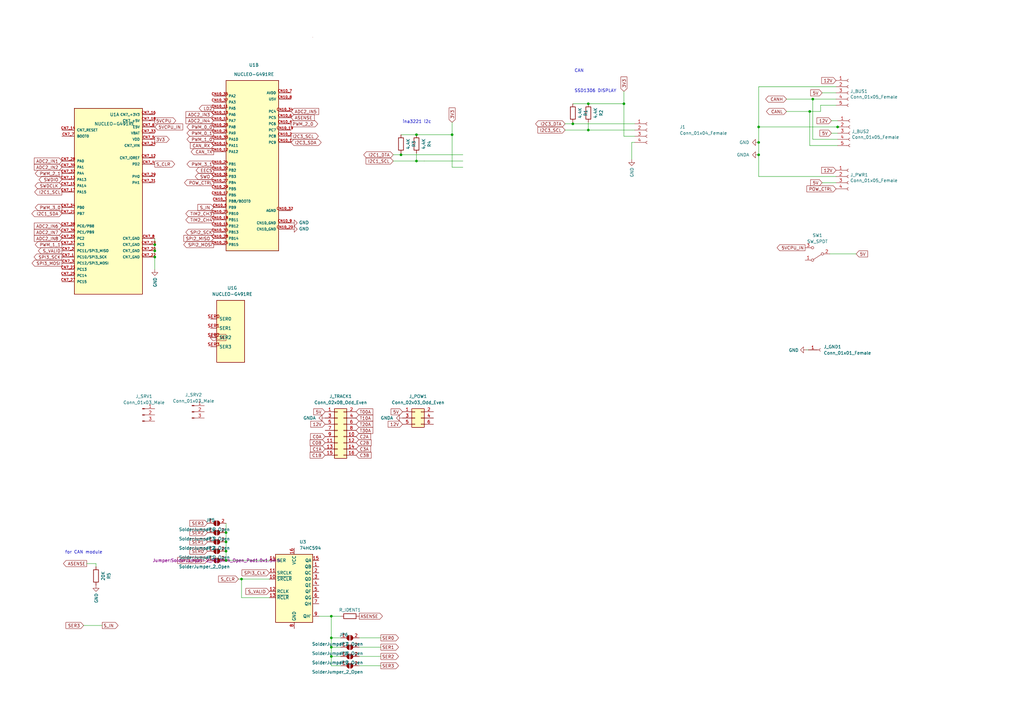
<source format=kicad_sch>
(kicad_sch (version 20230121) (generator eeschema)
  (paper "A3")
  (title_block (title "Template G4 V2") (date "2024-01-07") (company "DBN"))
  (junction (at 255.905 42.545))
  (junction (at 99.06 237.49))
  (junction (at 135.89 261.62))
  (junction (at 234.95 50.8))
  (junction (at 241.3 42.545))
  (junction (at 185.42 55.245))
  (junction (at 241.3 53.34))
  (junction (at 170.815 66.04))
  (junction (at 92.71 218.44))
  (junction (at 311.15 58.42))
  (junction (at 63.5 102.87))
  (junction (at 170.815 55.245))
  (junction (at 343.535 52.07))
  (junction (at 135.89 252.73))
  (junction (at 135.89 269.24))
  (junction (at 92.71 229.87))
  (junction (at 63.5 105.41))
  (junction (at 92.71 226.06))
  (junction (at 311.15 63.5))
  (junction (at 92.71 222.25))
  (junction (at 135.89 265.43))
  (junction (at 164.465 63.5))
  (junction (at 311.15 52.07))
  (junction (at 333.375 40.64))
  (junction (at 332.105 45.72))
  (junction (at 63.5 100.33))
  (wire (pts (xy 311.15 72.39) (xy 342.9 72.39)))
  (wire (pts (xy 164.465 55.245) (xy 170.815 55.245)))
  (wire (pts (xy 336.55 43.18) (xy 336.55 45.72)))
  (wire (pts (xy 147.32 261.62) (xy 156.21 261.62)))
  (wire (pts (xy 185.42 55.245) (xy 185.42 68.58)))
  (wire (pts (xy 231.775 50.8) (xy 234.95 50.8)))
  (wire (pts (xy 34.29 256.54) (xy 41.91 256.54)))
  (wire (pts (xy 99.06 237.49) (xy 99.06 245.11)))
  (wire (pts (xy 63.5 105.41) (xy 63.5 110.49)))
  (wire (pts (xy 234.95 50.8) (xy 260.35 50.8)))
  (wire (pts (xy 92.71 229.87) (xy 110.49 229.87)))
  (wire (pts (xy 332.105 59.69) (xy 343.535 59.69)))
  (wire (pts (xy 234.95 42.545) (xy 241.3 42.545)))
  (wire (pts (xy 135.89 252.73) (xy 139.7 252.73)))
  (wire (pts (xy 343.535 52.07) (xy 344.17 52.07)))
  (wire (pts (xy 99.06 237.49) (xy 110.49 237.49)))
  (wire (pts (xy 92.71 222.25) (xy 92.71 226.06)))
  (wire (pts (xy 234.95 50.165) (xy 234.95 50.8)))
  (wire (pts (xy 161.29 63.5) (xy 164.465 63.5)))
  (wire (pts (xy 147.32 265.43) (xy 156.21 265.43)))
  (wire (pts (xy 135.89 252.73) (xy 135.89 261.62)))
  (wire (pts (xy 332.105 45.72) (xy 332.105 59.69)))
  (wire (pts (xy 170.815 66.04) (xy 189.865 66.04)))
  (wire (pts (xy 63.5 102.87) (xy 63.5 105.41)))
  (wire (pts (xy 99.06 245.11) (xy 110.49 245.11)))
  (wire (pts (xy 189.865 68.58) (xy 185.42 68.58)))
  (wire (pts (xy 336.55 43.18) (xy 342.9 43.18)))
  (wire (pts (xy 164.465 63.5) (xy 189.865 63.5)))
  (wire (pts (xy 135.89 273.05) (xy 139.7 273.05)))
  (wire (pts (xy 342.9 35.56) (xy 311.15 35.56)))
  (wire (pts (xy 333.375 40.64) (xy 342.9 40.64)))
  (wire (pts (xy 340.995 49.53) (xy 343.535 49.53)))
  (wire (pts (xy 311.15 35.56) (xy 311.15 52.07)))
  (wire (pts (xy 135.89 261.62) (xy 135.89 265.43)))
  (wire (pts (xy 241.3 50.165) (xy 241.3 53.34)))
  (wire (pts (xy 135.89 269.24) (xy 135.89 273.05)))
  (wire (pts (xy 135.89 265.43) (xy 135.89 269.24)))
  (wire (pts (xy 340.995 54.61) (xy 343.535 54.61)))
  (wire (pts (xy 170.815 62.865) (xy 170.815 66.04)))
  (wire (pts (xy 322.58 40.64) (xy 333.375 40.64)))
  (wire (pts (xy 35.56 231.14) (xy 39.37 231.14)))
  (wire (pts (xy 333.375 57.15) (xy 343.535 57.15)))
  (wire (pts (xy 333.375 40.64) (xy 333.375 57.15)))
  (wire (pts (xy 332.105 45.72) (xy 336.55 45.72)))
  (wire (pts (xy 92.71 226.06) (xy 92.71 229.87)))
  (wire (pts (xy 130.81 252.73) (xy 135.89 252.73)))
  (wire (pts (xy 92.71 218.44) (xy 92.71 222.25)))
  (wire (pts (xy 260.35 58.42) (xy 259.08 58.42)))
  (wire (pts (xy 259.08 58.42) (xy 259.08 65.405)))
  (wire (pts (xy 311.15 63.5) (xy 311.15 72.39)))
  (wire (pts (xy 311.15 52.07) (xy 343.535 52.07)))
  (wire (pts (xy 147.32 273.05) (xy 156.21 273.05)))
  (wire (pts (xy 322.58 45.72) (xy 332.105 45.72)))
  (wire (pts (xy 241.3 53.34) (xy 260.35 53.34)))
  (wire (pts (xy 161.29 66.04) (xy 170.815 66.04)))
  (wire (pts (xy 63.5 97.79) (xy 63.5 100.33)))
  (wire (pts (xy 337.185 38.1) (xy 342.9 38.1)))
  (wire (pts (xy 330.835 143.51) (xy 331.47 143.51)))
  (wire (pts (xy 135.89 265.43) (xy 139.7 265.43)))
  (wire (pts (xy 185.42 50.165) (xy 185.42 55.245)))
  (wire (pts (xy 92.71 214.63) (xy 92.71 218.44)))
  (wire (pts (xy 255.905 42.545) (xy 255.905 55.88)))
  (wire (pts (xy 311.15 52.07) (xy 311.15 58.42)))
  (wire (pts (xy 311.15 58.42) (xy 311.15 63.5)))
  (wire (pts (xy 337.185 74.93) (xy 342.9 74.93)))
  (wire (pts (xy 135.89 269.24) (xy 139.7 269.24)))
  (wire (pts (xy 164.465 62.865) (xy 164.465 63.5)))
  (wire (pts (xy 231.775 53.34) (xy 241.3 53.34)))
  (wire (pts (xy 39.37 231.14) (xy 39.37 232.41)))
  (wire (pts (xy 340.36 104.14) (xy 351.155 104.14)))
  (wire (pts (xy 147.32 269.24) (xy 156.21 269.24)))
  (wire (pts (xy 63.5 100.33) (xy 63.5 102.87)))
  (wire (pts (xy 135.89 261.62) (xy 139.7 261.62)))
  (wire (pts (xy 241.3 42.545) (xy 255.905 42.545)))
  (wire (pts (xy 97.79 237.49) (xy 99.06 237.49)))
  (wire (pts (xy 255.905 37.465) (xy 255.905 42.545)))
  (wire (pts (xy 170.815 55.245) (xy 185.42 55.245)))
  (wire (pts (xy 260.35 55.88) (xy 255.905 55.88)))
  (text "SSD1306 DISPLAY\n" (at 235.585 38.1 0) (effects (font (size 1.27 1.27)) (justify left bottom)))
  (text "for CAN module" (at 26.67 227.33 0) (effects (font (size 1.27 1.27)) (justify left bottom)))
  (text "CAN\n" (at 235.585 29.845 0) (effects (font (size 1.27 1.27)) (justify left bottom)))
  (text "ina3221 i2c\n" (at 165.1 50.8 0) (effects (font (size 1.27 1.27)) (justify left bottom)))
  (global_label "PWM_3_1" (shape output) (at 87.63 67.31 180) (property "Intersheetrefs" "${INTERSHEET_REFS}" (effects hide)))
  (global_label "S_CLR" (shape input) (at 97.79 237.49 180) (property "Intersheetrefs" "${INTERSHEET_REFS}" (effects hide)))
  (global_label "PWM_2_0" (shape output) (at 119.38 50.8 0) (property "Intersheetrefs" "${INTERSHEET_REFS}" (effects hide)))
  (global_label "SER1" (shape input) (at 85.09 222.25 180) (property "Intersheetrefs" "${INTERSHEET_REFS}" (effects hide)))
  (global_label "S_VALID" (shape input) (at 110.49 242.57 180) (property "Intersheetrefs" "${INTERSHEET_REFS}" (effects hide)))
  (global_label "SPI3_MOSI" (shape input) (at 85.09 229.87 180) (property "Intersheetrefs" "${INTERSHEET_REFS}" (effects hide)))
  (global_label "I2C3_SDA" (shape bidirectional) (at 119.38 58.42 0) (property "Intersheetrefs" "${INTERSHEET_REFS}" (effects hide)))
  (global_label "T10A" (shape input) (at 146.05 171.45 0) (property "Intersheetrefs" "${INTERSHEET_REFS}" (effects hide)))
  (global_label "C1B" (shape input) (at 133.35 186.69 180) (property "Intersheetrefs" "${INTERSHEET_REFS}" (effects hide)))
  (global_label "12V" (shape input) (at 165.1 173.99 180) (property "Intersheetrefs" "${INTERSHEET_REFS}" (effects hide)))
  (global_label "5V" (shape input) (at 337.185 74.93 180) (property "Intersheetrefs" "${INTERSHEET_REFS}" (effects hide)))
  (global_label "SWO" (shape bidirectional) (at 87.63 72.39 180) (property "Intersheetrefs" "${INTERSHEET_REFS}" (effects hide)))
  (global_label "S_VALID" (shape output) (at 25.4 102.87 180) (property "Intersheetrefs" "${INTERSHEET_REFS}" (effects hide)))
  (global_label "C0B" (shape input) (at 133.35 181.61 180) (property "Intersheetrefs" "${INTERSHEET_REFS}" (effects hide)))
  (global_label "T00A" (shape input) (at 146.05 168.91 0) (property "Intersheetrefs" "${INTERSHEET_REFS}" (effects hide)))
  (global_label "SER0" (shape output) (at 156.21 261.62 0) (property "Intersheetrefs" "${INTERSHEET_REFS}" (effects hide)))
  (global_label "PWM_2_1" (shape output) (at 25.4 71.12 180) (property "Intersheetrefs" "${INTERSHEET_REFS}" (effects hide)))
  (global_label "ASENSE" (shape output) (at 147.32 252.73 0) (property "Intersheetrefs" "${INTERSHEET_REFS}" (effects hide)))
  (global_label "I2C1_SDA" (shape bidirectional) (at 25.4 87.63 180) (property "Intersheetrefs" "${INTERSHEET_REFS}" (effects hide)))
  (global_label "12V" (shape input) (at 340.995 49.53 180) (property "Intersheetrefs" "${INTERSHEET_REFS}" (effects hide)))
  (global_label "5V" (shape input) (at 133.35 168.91 180) (property "Intersheetrefs" "${INTERSHEET_REFS}" (effects hide)))
  (global_label "I2C3_DTA" (shape bidirectional) (at 231.775 50.8 180) (property "Intersheetrefs" "${INTERSHEET_REFS}" (effects hide)))
  (global_label "LD2" (shape output) (at 87.63 44.45 180) (property "Intersheetrefs" "${INTERSHEET_REFS}" (effects hide)))
  (global_label "12V" (shape input) (at 342.9 33.02 180) (property "Intersheetrefs" "${INTERSHEET_REFS}" (effects hide)))
  (global_label "S_IN" (shape output) (at 92.71 138.43 180) (property "Intersheetrefs" "${INTERSHEET_REFS}" (effects hide)))
  (global_label "SPI2_MOSI" (shape output) (at 87.63 100.33 180) (property "Intersheetrefs" "${INTERSHEET_REFS}" (effects hide)))
  (global_label "SER3" (shape output) (at 156.21 273.05 0) (property "Intersheetrefs" "${INTERSHEET_REFS}" (effects hide)))
  (global_label "ASENSE" (shape output) (at 35.56 231.14 180) (property "Intersheetrefs" "${INTERSHEET_REFS}" (effects hide)))
  (global_label "C3A" (shape input) (at 146.05 184.15 0) (property "Intersheetrefs" "${INTERSHEET_REFS}" (effects hide)))
  (global_label "PWM_0_0" (shape output) (at 87.63 52.07 180) (property "Intersheetrefs" "${INTERSHEET_REFS}" (effects hide)))
  (global_label "I2C1_SCL" (shape input) (at 161.29 66.04 180) (property "Intersheetrefs" "${INTERSHEET_REFS}" (effects hide)))
  (global_label "PWM_1_1" (shape output) (at 25.4 100.33 180) (property "Intersheetrefs" "${INTERSHEET_REFS}" (effects hide)))
  (global_label "I2C1_DTA" (shape bidirectional) (at 161.29 63.5 180) (property "Intersheetrefs" "${INTERSHEET_REFS}" (effects hide)))
  (global_label "ADC2_IN2" (shape input) (at 25.4 68.58 180) (property "Intersheetrefs" "${INTERSHEET_REFS}" (effects hide)))
  (global_label "C0A" (shape input) (at 133.35 179.07 180) (property "Intersheetrefs" "${INTERSHEET_REFS}" (effects hide)))
  (global_label "TIM2_CH4" (shape output) (at 87.63 90.17 180) (property "Intersheetrefs" "${INTERSHEET_REFS}" (effects hide)))
  (global_label "SPI3_MOSI" (shape output) (at 25.4 107.95 180) (property "Intersheetrefs" "${INTERSHEET_REFS}" (effects hide)))
  (global_label "12V" (shape input) (at 342.9 69.85 180) (property "Intersheetrefs" "${INTERSHEET_REFS}" (effects hide)))
  (global_label "ADC2_IN6" (shape input) (at 25.4 92.71 180) (property "Intersheetrefs" "${INTERSHEET_REFS}" (effects hide)))
  (global_label "ADC2_IN4" (shape input) (at 87.63 49.53 180) (property "Intersheetrefs" "${INTERSHEET_REFS}" (effects hide)))
  (global_label "SER3" (shape input) (at 34.29 256.54 180) (property "Intersheetrefs" "${INTERSHEET_REFS}" (effects hide)))
  (global_label "ADC2_IN3" (shape input) (at 87.63 46.99 180) (property "Intersheetrefs" "${INTERSHEET_REFS}" (effects hide)))
  (global_label "CAN_TX" (shape output) (at 87.63 62.23 180) (property "Intersheetrefs" "${INTERSHEET_REFS}" (effects hide)))
  (global_label "TIM2_CH3" (shape output) (at 87.63 87.63 180) (property "Intersheetrefs" "${INTERSHEET_REFS}" (effects hide)))
  (global_label "POW_CTRL" (shape output) (at 87.63 74.93 180) (property "Intersheetrefs" "${INTERSHEET_REFS}" (effects hide)))
  (global_label "SPI2_MISO" (shape input) (at 87.63 97.79 180) (property "Intersheetrefs" "${INTERSHEET_REFS}" (effects hide)))
  (global_label "5VCPU_IN" (shape output) (at 330.2 101.6 180) (property "Intersheetrefs" "${INTERSHEET_REFS}" (effects hide)))
  (global_label "ADC2_IN1" (shape input) (at 25.4 66.04 180) (property "Intersheetrefs" "${INTERSHEET_REFS}" (effects hide)))
  (global_label "5V" (shape input) (at 340.995 54.61 180) (property "Intersheetrefs" "${INTERSHEET_REFS}" (effects hide)))
  (global_label "SER3" (shape input) (at 85.09 214.63 180) (property "Intersheetrefs" "${INTERSHEET_REFS}" (effects hide)))
  (global_label "ASENSE" (shape input) (at 119.38 48.26 0) (property "Intersheetrefs" "${INTERSHEET_REFS}" (effects hide)))
  (global_label "S_IN" (shape input) (at 87.63 85.09 180) (property "Intersheetrefs" "${INTERSHEET_REFS}" (effects hide)))
  (global_label "T30A" (shape input) (at 146.05 176.53 0) (property "Intersheetrefs" "${INTERSHEET_REFS}" (effects hide)))
  (global_label "T20A" (shape input) (at 146.05 173.99 0) (property "Intersheetrefs" "${INTERSHEET_REFS}" (effects hide)))
  (global_label "S_CLR" (shape output) (at 63.5 67.31 0) (property "Intersheetrefs" "${INTERSHEET_REFS}" (effects hide)))
  (global_label "SER2" (shape input) (at 85.09 218.44 180) (property "Intersheetrefs" "${INTERSHEET_REFS}" (effects hide)))
  (global_label "CANH" (shape bidirectional) (at 322.58 40.64 180) (property "Intersheetrefs" "${INTERSHEET_REFS}" (effects hide)))
  (global_label "SWDIO" (shape bidirectional) (at 25.4 73.66 180) (property "Intersheetrefs" "${INTERSHEET_REFS}" (effects hide)))
  (global_label "SPI3_CLK" (shape input) (at 110.49 234.95 180) (property "Intersheetrefs" "${INTERSHEET_REFS}" (effects hide)))
  (global_label "ADC2_IN8" (shape input) (at 25.4 97.79 180) (property "Intersheetrefs" "${INTERSHEET_REFS}" (effects hide)))
  (global_label "C3B" (shape input) (at 146.05 186.69 0) (property "Intersheetrefs" "${INTERSHEET_REFS}" (effects hide)))
  (global_label "5V" (shape input) (at 337.185 38.1 180) (property "Intersheetrefs" "${INTERSHEET_REFS}" (effects hide)))
  (global_label "PWM_3_0" (shape output) (at 25.4 85.09 180) (property "Intersheetrefs" "${INTERSHEET_REFS}" (effects hide)))
  (global_label "POW_CTRL" (shape input) (at 342.9 77.47 180) (property "Intersheetrefs" "${INTERSHEET_REFS}" (effects hide)))
  (global_label "C2B" (shape input) (at 146.05 181.61 0) (property "Intersheetrefs" "${INTERSHEET_REFS}" (effects hide)))
  (global_label "3V3" (shape input) (at 255.905 37.465 90) (property "Intersheetrefs" "${INTERSHEET_REFS}" (effects hide)))
  (global_label "PWM_0_1" (shape output) (at 87.63 54.61 180) (property "Intersheetrefs" "${INTERSHEET_REFS}" (effects hide)))
  (global_label "5VCPU" (shape output) (at 63.5 49.53 0) (property "Intersheetrefs" "${INTERSHEET_REFS}" (effects hide)))
  (global_label "SER0" (shape input) (at 85.09 226.06 180) (property "Intersheetrefs" "${INTERSHEET_REFS}" (effects hide)))
  (global_label "5V" (shape input) (at 351.155 104.14 0) (property "Intersheetrefs" "${INTERSHEET_REFS}" (effects hide)))
  (global_label "EECS" (shape output) (at 87.63 69.85 180) (property "Intersheetrefs" "${INTERSHEET_REFS}" (effects hide)))
  (global_label "CAN_RX" (shape input) (at 87.63 59.69 180) (property "Intersheetrefs" "${INTERSHEET_REFS}" (effects hide)))
  (global_label "12V" (shape input) (at 133.35 173.99 180) (property "Intersheetrefs" "${INTERSHEET_REFS}" (effects hide)))
  (global_label "SPI3_SCK" (shape output) (at 25.4 105.41 180) (property "Intersheetrefs" "${INTERSHEET_REFS}" (effects hide)))
  (global_label "I2C3_SCL" (shape output) (at 119.38 55.88 0) (property "Intersheetrefs" "${INTERSHEET_REFS}" (effects hide)))
  (global_label "SWDCLK" (shape bidirectional) (at 25.4 76.2 180) (property "Intersheetrefs" "${INTERSHEET_REFS}" (effects hide)))
  (global_label "SER1" (shape output) (at 156.21 265.43 0) (property "Intersheetrefs" "${INTERSHEET_REFS}" (effects hide)))
  (global_label "S_IN" (shape output) (at 41.91 256.54 0) (property "Intersheetrefs" "${INTERSHEET_REFS}" (effects hide)))
  (global_label "5VCPU_IN" (shape input) (at 63.5 52.07 0) (property "Intersheetrefs" "${INTERSHEET_REFS}" (effects hide)))
  (global_label "I2C3_SCL" (shape input) (at 231.775 53.34 180) (property "Intersheetrefs" "${INTERSHEET_REFS}" (effects hide)))
  (global_label "SER2" (shape output) (at 156.21 269.24 0) (property "Intersheetrefs" "${INTERSHEET_REFS}" (effects hide)))
  (global_label "CANL" (shape bidirectional) (at 322.58 45.72 180) (property "Intersheetrefs" "${INTERSHEET_REFS}" (effects hide)))
  (global_label "C2A" (shape input) (at 146.05 179.07 0) (property "Intersheetrefs" "${INTERSHEET_REFS}" (effects hide)))
  (global_label "3V3" (shape input) (at 185.42 50.165 90) (property "Intersheetrefs" "${INTERSHEET_REFS}" (effects hide)))
  (global_label "C1A" (shape input) (at 133.35 184.15 180) (property "Intersheetrefs" "${INTERSHEET_REFS}" (effects hide)))
  (global_label "ADC2_IN7" (shape input) (at 25.4 95.25 180) (property "Intersheetrefs" "${INTERSHEET_REFS}" (effects hide)))
  (global_label "I2C1_SCL" (shape output) (at 25.4 78.74 180) (property "Intersheetrefs" "${INTERSHEET_REFS}" (effects hide)))
  (global_label "PWM_1_0" (shape output) (at 87.63 57.15 180) (property "Intersheetrefs" "${INTERSHEET_REFS}" (effects hide)))
  (global_label "5V" (shape input) (at 165.1 168.91 180) (property "Intersheetrefs" "${INTERSHEET_REFS}" (effects hide)))
  (global_label "SPI2_SCK" (shape output) (at 87.63 95.25 180) (property "Intersheetrefs" "${INTERSHEET_REFS}" (effects hide)))
  (global_label "3V3" (shape output) (at 63.5 57.15 0) (property "Intersheetrefs" "${INTERSHEET_REFS}" (effects hide)))
  (global_label "ADC2_IN5" (shape input) (at 119.38 45.72 0) (property "Intersheetrefs" "${INTERSHEET_REFS}" (effects hide)))
  (symbol (lib_id "power:GND") (at 259.08 65.405 0) (unit 1)
    (property "Reference" "#PWR01" (effects hide))
    (property "Value" "GND" (at 259.207 68.6562 90) (effects (justify right)))
  )
  (symbol (lib_id "Connector:Conn_01x04_Female") (at 265.43 53.34 0) (unit 1)
    (property "Reference" "J1" (at 278.765 52.07 0) (effects (justify left)))
    (property "Value" "Conn_01x04_Female" (at 278.765 54.61 0) (effects (justify left)))
    (property "Footprint" "Connector_PinHeader_2.54mm:PinHeader_1x04_P2.54mm_Vertical" (effects hide))
  )
  (symbol (lib_id "Connector_Generic:Conn_02x08_Odd_Even") (at 138.43 176.53 0) (unit 1)
    (property "Reference" "J_TRACK1" (at 139.7 162.56 0))
    (property "Value" "Conn_02x08_Odd_Even" (at 139.7 165.1 0))
    (property "Footprint" "Connector_PinHeader_2.54mm:PinHeader_2x08_P2.54mm_Vertical" (effects hide))
  )
  (symbol (lib_id "Jumper:SolderJumper_2_Open") (at 143.51 269.24 0) (unit 1)
    (property "Reference" "JP8" (at 140.97 267.97 0))
    (property "Value" "SolderJumper_2_Open" (at 138.43 271.78 0))
    (property "Footprint" "Jumper:SolderJumper-2_P1.3mm_Open_Pad1.0x1.5mm" (effects hide))
  )
  (symbol (lib_id "Connector:Conn_01x04_Socket") (at 347.98 72.39 0) (unit 1)
    (property "Reference" "J_PWR1" (at 348.6912 71.7296 0) (effects (justify left)))
    (property "Value" "Conn_01x05_Female" (at 348.6912 74.041 0) (effects (justify left)))
    (property "Footprint" "Connector_JST:JST_XH_S4B-XH-A-1_1x04_P2.50mm_Horizontal" (effects hide))
  )
  (symbol (lib_id "power:GND") (at 63.5 110.49 0) (unit 1)
    (property "Reference" "#PWR0104" (effects hide))
    (property "Value" "GND" (at 63.627 113.7412 90) (effects (justify right)))
  )
  (symbol (lib_id "DBN:74HC594") (at 120.65 240.03 0) (unit 1)
    (property "Reference" "U3" (at 122.8441 222.25 0) (effects (justify left)))
    (property "Value" "74HC594" (at 122.8441 224.79 0) (effects (justify left)))
    (property "Footprint" "Package_DIP:DIP-16_W7.62mm_LongPads" (effects hide))
    (property "Datasheet" "http://www.ti.com/lit/ds/symlink/sn74hc594.pdf" (effects hide))
  )
  (symbol (lib_id "Connector:Conn_01x01_Female") (at 336.55 143.51 0) (unit 1)
    (property "Reference" "J_GND1" (at 337.82 142.24 0) (effects (justify left)))
    (property "Value" "Conn_01x01_Female" (at 337.82 144.78 0) (effects (justify left)))
    (property "Footprint" "Connector_PinHeader_2.54mm:PinHeader_1x01_P2.54mm_Vertical" (effects hide))
  )
  (symbol (lib_id "power:GND") (at 119.38 91.44 90) (unit 1)
    (property "Reference" "#PWR03" (effects hide))
    (property "Value" "GND" (at 122.6312 91.313 90) (effects (justify right)))
  )
  (symbol (lib_id "power:GND") (at 39.37 240.03 0) (unit 1)
    (property "Reference" "#PWR07" (effects hide))
    (property "Value" "GND" (at 39.497 243.2812 90) (effects (justify right)))
  )
  (symbol (lib_id "nucleo64:NUCLEO-G491RE_SER") (at 93.98 137.16 0) (unit 7)
    (property "Reference" "U1" (at 95.25 118.11 0))
    (property "Value" "NUCLEO-G491RE" (at 95.25 120.65 0))
    (property "Footprint" "G4Lib:MODULE_NUCLEO-G491RE20" (effects hide))
    (property "MANUFACTURER" "STMicroelectronics" (effects hide))
    (property "PARTREV" "13" (effects hide))
  )
  (symbol (lib_name "NUCLEO-G491RE_SER_1") (lib_id "nucleo64:NUCLEO-G491RE_SER") (at 105.41 66.04 0) (unit 2)
    (property "Reference" "U1" (at 104.14 26.67 0))
    (property "Value" "NUCLEO-G491RE" (at 104.14 30.48 0))
    (property "Footprint" "G4Lib:MODULE_NUCLEO-G491RE20" (effects hide))
    (property "MANUFACTURER" "STMicroelectronics" (effects hide))
    (property "PARTREV" "13" (effects hide))
  )
  (symbol (lib_id "Device:R") (at 170.815 59.055 180) (unit 1)
    (property "Reference" "R4" (at 176.0728 59.055 90))
    (property "Value" "4.4K" (at 173.7614 59.055 90))
    (property "Footprint" "Resistor_THT:R_Axial_DIN0207_L6.3mm_D2.5mm_P7.62mm_Horizontal" (effects hide))
  )
  (symbol (lib_id "Jumper:SolderJumper_2_Open") (at 143.51 273.05 0) (unit 1)
    (property "Reference" "JP9" (at 140.97 271.78 0))
    (property "Value" "SolderJumper_2_Open" (at 138.43 275.59 0))
    (property "Footprint" "Jumper:SolderJumper-2_P1.3mm_Open_Pad1.0x1.5mm" (effects hide))
  )
  (symbol (lib_id "Jumper:SolderJumper_2_Open") (at 143.51 265.43 0) (unit 1)
    (property "Reference" "JP7" (at 140.97 264.16 0))
    (property "Value" "SolderJumper_2_Open" (at 138.43 267.97 0))
    (property "Footprint" "Jumper:SolderJumper-2_P1.3mm_Open_Pad1.0x1.5mm" (effects hide))
  )
  (symbol (lib_id "Jumper:SolderJumper_2_Open") (at 143.51 261.62 0) (unit 1)
    (property "Reference" "JP6" (at 140.97 260.35 0))
    (property "Value" "SolderJumper_2_Open" (at 138.43 264.16 0))
    (property "Footprint" "Jumper:SolderJumper-2_P1.3mm_Open_Pad1.0x1.5mm" (effects hide))
  )
  (symbol (lib_id "power:GNDA") (at 165.1 171.45 270) (unit 1)
    (property "Reference" "#PWR04" (effects hide))
    (property "Value" "GNDA" (at 161.29 171.45 90) (effects (justify right)))
  )
  (symbol (lib_id "Device:R") (at 39.37 236.22 180) (unit 1)
    (property "Reference" "R5" (at 44.6278 236.22 90))
    (property "Value" "20K" (at 42.3164 236.22 90))
    (property "Footprint" "Resistor_THT:R_Axial_DIN0207_L6.3mm_D2.5mm_P7.62mm_Horizontal" (effects hide))
  )
  (symbol (lib_id "Connector:Conn_01x03_Male") (at 58.42 170.18 0) (unit 1)
    (property "Reference" "J_SRV1" (at 59.055 162.56 0))
    (property "Value" "Conn_01x03_Male" (at 59.055 165.1 0))
    (property "Footprint" "Connector_PinHeader_2.54mm:PinHeader_1x03_P2.54mm_Horizontal" (effects hide))
  )
  (symbol (lib_id "power:GND") (at 119.38 93.98 90) (unit 1)
    (property "Reference" "#PWR0105" (effects hide))
    (property "Value" "GND" (at 122.6312 93.853 90) (effects (justify right)))
  )
  (symbol (lib_id "Device:R") (at 241.3 46.355 180) (unit 1)
    (property "Reference" "R2" (at 246.5578 46.355 90))
    (property "Value" "4.4K" (at 244.2464 46.355 90))
    (property "Footprint" "Resistor_THT:R_Axial_DIN0207_L6.3mm_D2.5mm_P7.62mm_Horizontal" (effects hide))
  )
  (symbol (lib_id "Connector:Conn_01x05_Female") (at 348.615 54.61 0) (unit 1)
    (property "Reference" "J_BUS2" (at 349.3262 53.9496 0) (effects (justify left)))
    (property "Value" "Conn_01x05_Female" (at 349.3262 56.261 0) (effects (justify left)))
    (property "Footprint" "Connector_JST:JST_XH_S5B-XH-A_1x05_P2.50mm_Horizontal" (effects hide))
  )
  (symbol (lib_id "power:GND") (at 311.15 58.42 270) (unit 1)
    (property "Reference" "#PWR02" (effects hide))
    (property "Value" "GND" (at 307.34 58.42 90) (effects (justify right)))
  )
  (symbol (lib_id "Connector_Generic:Conn_02x03_Odd_Even") (at 170.18 171.45 0) (unit 1)
    (property "Reference" "J_POW1" (at 171.45 162.56 0))
    (property "Value" "Conn_02x03_Odd_Even" (at 171.45 165.1 0))
    (property "Footprint" "Connector_PinHeader_2.54mm:PinHeader_2x03_P2.54mm_Vertical" (effects hide))
  )
  (symbol (lib_id "Jumper:SolderJumper_2_Open") (at 88.9 222.25 0) (unit 1)
    (property "Reference" "JP3" (at 86.36 220.98 0))
    (property "Value" "SolderJumper_2_Open" (at 83.82 224.79 0))
    (property "Footprint" "Jumper:SolderJumper-2_P1.3mm_Open_Pad1.0x1.5mm" (effects hide))
  )
  (symbol (lib_id "power:GNDA") (at 133.35 171.45 270) (unit 1)
    (property "Reference" "#PWR05" (effects hide))
    (property "Value" "GNDA" (at 129.54 171.45 90) (effects (justify right)))
  )
  (symbol (lib_id "power:GNDA") (at 311.15 63.5 270) (unit 1)
    (property "Reference" "#PWR06" (effects hide))
    (property "Value" "GNDA" (at 307.34 63.5 90) (effects (justify right)))
  )
  (symbol (lib_id "Device:R") (at 164.465 59.055 180) (unit 1)
    (property "Reference" "R3" (at 169.7228 59.055 90))
    (property "Value" "4.4K" (at 167.4114 59.055 90))
    (property "Footprint" "Resistor_THT:R_Axial_DIN0207_L6.3mm_D2.5mm_P7.62mm_Horizontal" (effects hide))
  )
  (symbol (lib_id "Device:R") (at 143.51 252.73 270) (unit 1)
    (property "Reference" "R_IDENT1" (at 143.51 250.19 90))
    (property "Value" "~" (at 143.51 249.7836 90))
    (property "Footprint" "Resistor_THT:R_Axial_DIN0207_L6.3mm_D2.5mm_P7.62mm_Horizontal" (effects hide))
  )
  (symbol (lib_id "power:GND") (at 330.835 143.51 270) (unit 1)
    (property "Reference" "#PWR0113" (effects hide))
    (property "Value" "GND" (at 327.5838 143.637 90) (effects (justify right)))
  )
  (symbol (lib_id "Device:R") (at 234.95 46.355 180) (unit 1)
    (property "Reference" "R1" (at 240.2078 46.355 90))
    (property "Value" "4.4K" (at 237.8964 46.355 90))
    (property "Footprint" "Resistor_THT:R_Axial_DIN0207_L6.3mm_D2.5mm_P7.62mm_Horizontal" (effects hide))
  )
  (symbol (lib_id "Connector:Conn_01x05_Female") (at 347.98 38.1 0) (unit 1)
    (property "Reference" "J_BUS1" (at 348.6912 37.4396 0) (effects (justify left)))
    (property "Value" "Conn_01x05_Female" (at 348.6912 39.751 0) (effects (justify left)))
    (property "Footprint" "Connector_JST:JST_XH_S5B-XH-A_1x05_P2.50mm_Horizontal" (effects hide))
  )
  (symbol (lib_id "Jumper:SolderJumper_2_Open") (at 88.9 229.87 0) (unit 1)
    (property "Reference" "JP1" (at 86.36 228.6 0))
    (property "Value" "SolderJumper_2_Open" (at 83.82 232.41 0))
    (property "Footprint" "Jumper:SolderJumper-2_P1.3mm_Open_Pad1.0x1.5mm" (at 88.9 229.87 0))
  )
  (symbol (lib_name "NUCLEO-G491RE_SER_2") (lib_id "nucleo64:NUCLEO-G491RE_SER") (at 48.26 86.36 0) (unit 1)
    (property "Reference" "U1" (at 46.99 46.99 0))
    (property "Value" "NUCLEO-G491RE" (at 46.99 50.8 0))
    (property "Footprint" "G4Lib:MODULE_NUCLEO-G491RE20" (effects hide))
    (property "MANUFACTURER" "STMicroelectronics" (effects hide))
    (property "PARTREV" "13" (effects hide))
  )
  (symbol (lib_id "Jumper:SolderJumper_2_Open") (at 88.9 214.63 0) (unit 1)
    (property "Reference" "JP5" (at 86.36 213.36 0))
    (property "Value" "SolderJumper_2_Open" (at 83.82 217.17 0))
    (property "Footprint" "Jumper:SolderJumper-2_P1.3mm_Open_Pad1.0x1.5mm" (effects hide))
  )
  (symbol (lib_id "Jumper:SolderJumper_2_Open") (at 88.9 226.06 0) (unit 1)
    (property "Reference" "JP2" (at 86.36 224.79 0))
    (property "Value" "SolderJumper_2_Open" (at 83.82 228.6 0))
    (property "Footprint" "Jumper:SolderJumper-2_P1.3mm_Open_Pad1.0x1.5mm" (effects hide))
  )
  (symbol (lib_id "Connector:Conn_01x03_Male") (at 78.74 168.91 0) (unit 1)
    (property "Reference" "J_SRV2" (at 79.375 161.925 0))
    (property "Value" "Conn_01x03_Male" (at 79.375 164.465 0))
    (property "Footprint" "Connector_PinHeader_2.54mm:PinHeader_1x03_P2.54mm_Horizontal" (effects hide))
  )
  (symbol (lib_id "Switch:SW_SPDT") (at 335.28 104.14 180) (unit 1)
    (property "Reference" "SW1" (at 335.28 96.52 0))
    (property "Value" "SW_SPDT" (at 335.28 99.06 0))
    (property "Footprint" "G4Lib:Switch-SS12F23" (effects hide))
  )
  (symbol (lib_id "Jumper:SolderJumper_2_Open") (at 88.9 218.44 0) (unit 1)
    (property "Reference" "JP4" (at 86.36 217.17 0))
    (property "Value" "SolderJumper_2_Open" (at 83.82 220.98 0))
    (property "Footprint" "Jumper:SolderJumper-2_P1.3mm_Open_Pad1.0x1.5mm" (effects hide))
  )
)
</source>
